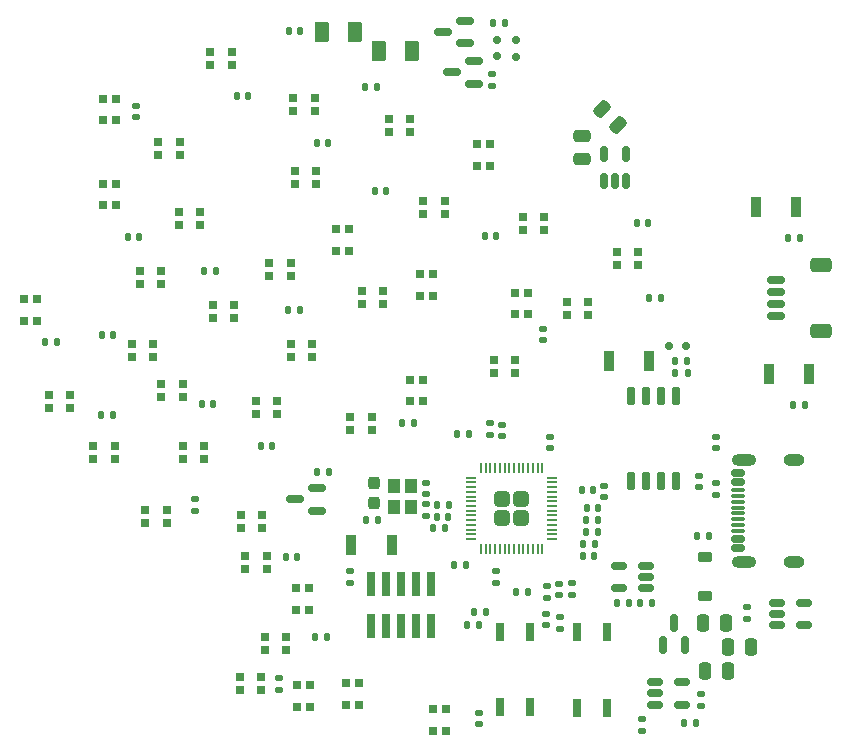
<source format=gbr>
%TF.GenerationSoftware,KiCad,Pcbnew,8.0.0*%
%TF.CreationDate,2024-03-10T20:39:49-05:00*%
%TF.ProjectId,B-Sides 2024,422d5369-6465-4732-9032-3032342e6b69,rev?*%
%TF.SameCoordinates,Original*%
%TF.FileFunction,Paste,Top*%
%TF.FilePolarity,Positive*%
%FSLAX46Y46*%
G04 Gerber Fmt 4.6, Leading zero omitted, Abs format (unit mm)*
G04 Created by KiCad (PCBNEW 8.0.0) date 2024-03-10 20:39:49*
%MOMM*%
%LPD*%
G01*
G04 APERTURE LIST*
G04 Aperture macros list*
%AMRoundRect*
0 Rectangle with rounded corners*
0 $1 Rounding radius*
0 $2 $3 $4 $5 $6 $7 $8 $9 X,Y pos of 4 corners*
0 Add a 4 corners polygon primitive as box body*
4,1,4,$2,$3,$4,$5,$6,$7,$8,$9,$2,$3,0*
0 Add four circle primitives for the rounded corners*
1,1,$1+$1,$2,$3*
1,1,$1+$1,$4,$5*
1,1,$1+$1,$6,$7*
1,1,$1+$1,$8,$9*
0 Add four rect primitives between the rounded corners*
20,1,$1+$1,$2,$3,$4,$5,0*
20,1,$1+$1,$4,$5,$6,$7,0*
20,1,$1+$1,$6,$7,$8,$9,0*
20,1,$1+$1,$8,$9,$2,$3,0*%
G04 Aperture macros list end*
%ADD10R,0.700000X0.700000*%
%ADD11RoundRect,0.135000X0.135000X0.185000X-0.135000X0.185000X-0.135000X-0.185000X0.135000X-0.185000X0*%
%ADD12RoundRect,0.135000X-0.135000X-0.185000X0.135000X-0.185000X0.135000X0.185000X-0.135000X0.185000X0*%
%ADD13RoundRect,0.150000X0.625000X-0.150000X0.625000X0.150000X-0.625000X0.150000X-0.625000X-0.150000X0*%
%ADD14RoundRect,0.250000X0.650000X-0.350000X0.650000X0.350000X-0.650000X0.350000X-0.650000X-0.350000X0*%
%ADD15RoundRect,0.150000X0.150000X0.200000X-0.150000X0.200000X-0.150000X-0.200000X0.150000X-0.200000X0*%
%ADD16RoundRect,0.250000X0.475000X-0.250000X0.475000X0.250000X-0.475000X0.250000X-0.475000X-0.250000X0*%
%ADD17R,0.800000X1.500000*%
%ADD18RoundRect,0.250000X0.375000X0.625000X-0.375000X0.625000X-0.375000X-0.625000X0.375000X-0.625000X0*%
%ADD19RoundRect,0.140000X0.140000X0.170000X-0.140000X0.170000X-0.140000X-0.170000X0.140000X-0.170000X0*%
%ADD20RoundRect,0.140000X0.170000X-0.140000X0.170000X0.140000X-0.170000X0.140000X-0.170000X-0.140000X0*%
%ADD21R,1.000000X1.150000*%
%ADD22RoundRect,0.140000X-0.170000X0.140000X-0.170000X-0.140000X0.170000X-0.140000X0.170000X0.140000X0*%
%ADD23R,0.900000X1.700000*%
%ADD24RoundRect,0.140000X-0.140000X-0.170000X0.140000X-0.170000X0.140000X0.170000X-0.140000X0.170000X0*%
%ADD25RoundRect,0.150000X0.200000X-0.150000X0.200000X0.150000X-0.200000X0.150000X-0.200000X-0.150000X0*%
%ADD26RoundRect,0.150000X0.587500X0.150000X-0.587500X0.150000X-0.587500X-0.150000X0.587500X-0.150000X0*%
%ADD27RoundRect,0.135000X0.185000X-0.135000X0.185000X0.135000X-0.185000X0.135000X-0.185000X-0.135000X0*%
%ADD28RoundRect,0.150000X0.150000X-0.512500X0.150000X0.512500X-0.150000X0.512500X-0.150000X-0.512500X0*%
%ADD29RoundRect,0.150000X0.150000X-0.587500X0.150000X0.587500X-0.150000X0.587500X-0.150000X-0.587500X0*%
%ADD30RoundRect,0.135000X-0.185000X0.135000X-0.185000X-0.135000X0.185000X-0.135000X0.185000X0.135000X0*%
%ADD31RoundRect,0.250000X-0.512652X-0.159099X-0.159099X-0.512652X0.512652X0.159099X0.159099X0.512652X0*%
%ADD32RoundRect,0.237500X0.237500X-0.287500X0.237500X0.287500X-0.237500X0.287500X-0.237500X-0.287500X0*%
%ADD33R,0.750000X2.100000*%
%ADD34RoundRect,0.150000X-0.512500X-0.150000X0.512500X-0.150000X0.512500X0.150000X-0.512500X0.150000X0*%
%ADD35RoundRect,0.249999X-0.395001X0.395001X-0.395001X-0.395001X0.395001X-0.395001X0.395001X0.395001X0*%
%ADD36RoundRect,0.050000X-0.050000X0.387500X-0.050000X-0.387500X0.050000X-0.387500X0.050000X0.387500X0*%
%ADD37RoundRect,0.050000X-0.387500X0.050000X-0.387500X-0.050000X0.387500X-0.050000X0.387500X0.050000X0*%
%ADD38RoundRect,0.250000X-0.250000X-0.475000X0.250000X-0.475000X0.250000X0.475000X-0.250000X0.475000X0*%
%ADD39RoundRect,0.250000X0.250000X0.475000X-0.250000X0.475000X-0.250000X-0.475000X0.250000X-0.475000X0*%
%ADD40RoundRect,0.225000X0.375000X-0.225000X0.375000X0.225000X-0.375000X0.225000X-0.375000X-0.225000X0*%
%ADD41RoundRect,0.150000X-0.150000X0.650000X-0.150000X-0.650000X0.150000X-0.650000X0.150000X0.650000X0*%
%ADD42RoundRect,0.150000X0.512500X0.150000X-0.512500X0.150000X-0.512500X-0.150000X0.512500X-0.150000X0*%
%ADD43RoundRect,0.150000X0.425000X-0.150000X0.425000X0.150000X-0.425000X0.150000X-0.425000X-0.150000X0*%
%ADD44RoundRect,0.075000X0.500000X-0.075000X0.500000X0.075000X-0.500000X0.075000X-0.500000X-0.075000X0*%
%ADD45O,2.100000X1.000000*%
%ADD46O,1.800000X1.000000*%
%ADD47RoundRect,0.150000X-0.200000X0.150000X-0.200000X-0.150000X0.200000X-0.150000X0.200000X0.150000X0*%
G04 APERTURE END LIST*
D10*
%TO.C,D39*%
X96555000Y-45420000D03*
X96555000Y-44320000D03*
X94725000Y-44320000D03*
X94725000Y-45420000D03*
%TD*%
%TO.C,D44*%
X123015000Y-59340000D03*
X123015000Y-58240000D03*
X121185000Y-58240000D03*
X121185000Y-59340000D03*
%TD*%
D11*
%TO.C,R38*%
X104780000Y-79820000D03*
X103760000Y-79820000D03*
%TD*%
D10*
%TO.C,D14*%
X108400000Y-76290000D03*
X108400000Y-75190000D03*
X106570000Y-75190000D03*
X106570000Y-76290000D03*
%TD*%
D12*
%TO.C,R30*%
X115590000Y-76650000D03*
X116610000Y-76650000D03*
%TD*%
D13*
%TO.C,J1*%
X142590000Y-66630000D03*
X142590000Y-65630000D03*
X142590000Y-64630000D03*
X142590000Y-63630000D03*
D14*
X146465000Y-67930000D03*
X146465000Y-62330000D03*
%TD*%
D10*
%TO.C,D5*%
X109360000Y-65660000D03*
X109360000Y-64560000D03*
X107530000Y-64560000D03*
X107530000Y-65660000D03*
%TD*%
D12*
%TO.C,R14*%
X143615000Y-60000000D03*
X144635000Y-60000000D03*
%TD*%
D10*
%TO.C,D35*%
X103120000Y-89665000D03*
X102020000Y-89665000D03*
X102020000Y-91495000D03*
X103120000Y-91495000D03*
%TD*%
D15*
%TO.C,D1*%
X133590000Y-69210000D03*
X134990000Y-69210000D03*
%TD*%
D16*
%TO.C,C7*%
X126200000Y-53310000D03*
X126200000Y-51410000D03*
%TD*%
D17*
%TO.C,U9*%
X125760000Y-99830000D03*
X128300000Y-99830000D03*
X128300000Y-93430000D03*
X125760000Y-93430000D03*
%TD*%
D18*
%TO.C,LD2*%
X106960000Y-42560000D03*
X104160000Y-42560000D03*
%TD*%
D19*
%TO.C,C13*%
X86490000Y-68270000D03*
X85530000Y-68270000D03*
%TD*%
D10*
%TO.C,D32*%
X102080000Y-99735000D03*
X103180000Y-99735000D03*
X103180000Y-97905000D03*
X102080000Y-97905000D03*
%TD*%
%TO.C,D26*%
X80090000Y-65225000D03*
X78990000Y-65225000D03*
X78990000Y-67055000D03*
X80090000Y-67055000D03*
%TD*%
D20*
%TO.C,C2*%
X123120000Y-92810000D03*
X123120000Y-91850000D03*
%TD*%
D11*
%TO.C,R39*%
X132100000Y-90920000D03*
X131080000Y-90920000D03*
%TD*%
D21*
%TO.C,Y1*%
X110280000Y-81065000D03*
X110280000Y-82815000D03*
X111680000Y-82815000D03*
X111680000Y-81065000D03*
%TD*%
D18*
%TO.C,LD1*%
X111830000Y-44180000D03*
X109030000Y-44180000D03*
%TD*%
D22*
%TO.C,C47*%
X125340000Y-89270000D03*
X125340000Y-90230000D03*
%TD*%
D10*
%TO.C,D16*%
X101545000Y-68970000D03*
X101545000Y-70070000D03*
X103375000Y-70070000D03*
X103375000Y-68970000D03*
%TD*%
%TO.C,D28*%
X92375000Y-73460000D03*
X92375000Y-72360000D03*
X90545000Y-72360000D03*
X90545000Y-73460000D03*
%TD*%
%TO.C,D15*%
X112715000Y-72035000D03*
X111615000Y-72035000D03*
X111615000Y-73865000D03*
X112715000Y-73865000D03*
%TD*%
D23*
%TO.C,SW1*%
X128490000Y-70450000D03*
X131890000Y-70450000D03*
%TD*%
D19*
%TO.C,C30*%
X97910000Y-48000000D03*
X96950000Y-48000000D03*
%TD*%
D24*
%TO.C,C15*%
X101100000Y-87020000D03*
X102060000Y-87020000D03*
%TD*%
D10*
%TO.C,D23*%
X92385000Y-77650000D03*
X92385000Y-78750000D03*
X94215000Y-78750000D03*
X94215000Y-77650000D03*
%TD*%
%TO.C,D46*%
X129120000Y-61260000D03*
X129120000Y-62360000D03*
X130950000Y-62360000D03*
X130950000Y-61260000D03*
%TD*%
%TO.C,D19*%
X86750000Y-55425000D03*
X85650000Y-55425000D03*
X85650000Y-57255000D03*
X86750000Y-57255000D03*
%TD*%
D25*
%TO.C,D3*%
X119010000Y-43250000D03*
X119010000Y-44650000D03*
%TD*%
D24*
%TO.C,C44*%
X126260000Y-86970000D03*
X127220000Y-86970000D03*
%TD*%
D10*
%TO.C,D13*%
X86710000Y-48255000D03*
X85610000Y-48255000D03*
X85610000Y-50085000D03*
X86710000Y-50085000D03*
%TD*%
%TO.C,D27*%
X89895000Y-70080000D03*
X89895000Y-68980000D03*
X88065000Y-68980000D03*
X88065000Y-70080000D03*
%TD*%
D19*
%TO.C,C40*%
X114560000Y-84570000D03*
X113600000Y-84570000D03*
%TD*%
D26*
%TO.C,Q3*%
X116327500Y-43560000D03*
X116327500Y-41660000D03*
X114452500Y-42610000D03*
%TD*%
D27*
%TO.C,R8*%
X131310000Y-101800000D03*
X131310000Y-100780000D03*
%TD*%
D28*
%TO.C,U2*%
X128020000Y-55187500D03*
X128970000Y-55187500D03*
X129920000Y-55187500D03*
X129920000Y-52912500D03*
X128020000Y-52912500D03*
%TD*%
D29*
%TO.C,Q4*%
X133050000Y-94507500D03*
X134950000Y-94507500D03*
X134000000Y-92632500D03*
%TD*%
D19*
%TO.C,C21*%
X131790000Y-58740000D03*
X130830000Y-58740000D03*
%TD*%
D10*
%TO.C,D40*%
X103555000Y-49290000D03*
X103555000Y-48190000D03*
X101725000Y-48190000D03*
X101725000Y-49290000D03*
%TD*%
%TO.C,D22*%
X89240000Y-83090000D03*
X89240000Y-84190000D03*
X91070000Y-84190000D03*
X91070000Y-83090000D03*
%TD*%
D17*
%TO.C,U1*%
X119280000Y-99780000D03*
X121820000Y-99780000D03*
X121820000Y-93380000D03*
X119280000Y-93380000D03*
%TD*%
D10*
%TO.C,D45*%
X126735000Y-66560000D03*
X126735000Y-65460000D03*
X124905000Y-65460000D03*
X124905000Y-66560000D03*
%TD*%
D11*
%TO.C,R36*%
X114900000Y-82670000D03*
X113880000Y-82670000D03*
%TD*%
D10*
%TO.C,D11*%
X101875000Y-54350000D03*
X101875000Y-55450000D03*
X103705000Y-55450000D03*
X103705000Y-54350000D03*
%TD*%
D30*
%TO.C,R29*%
X118380000Y-75660000D03*
X118380000Y-76680000D03*
%TD*%
D31*
%TO.C,C8*%
X127928249Y-49128249D03*
X129271751Y-50471751D03*
%TD*%
D12*
%TO.C,R1*%
X107940000Y-83880000D03*
X108960000Y-83880000D03*
%TD*%
D10*
%TO.C,D24*%
X84807500Y-77670000D03*
X84807500Y-78770000D03*
X86637500Y-78770000D03*
X86637500Y-77670000D03*
%TD*%
D32*
%TO.C,D2*%
X108550000Y-82492500D03*
X108550000Y-80742500D03*
%TD*%
D19*
%TO.C,C46*%
X114890000Y-83630000D03*
X113930000Y-83630000D03*
%TD*%
D33*
%TO.C,J13*%
X113380000Y-92910000D03*
X113380000Y-89310000D03*
X112110000Y-92910000D03*
X112110000Y-89310000D03*
X110840000Y-92910000D03*
X110840000Y-89310000D03*
X109570000Y-92910000D03*
X109570000Y-89310000D03*
X108300000Y-92910000D03*
X108300000Y-89310000D03*
%TD*%
D11*
%TO.C,R37*%
X104640000Y-93810000D03*
X103620000Y-93810000D03*
%TD*%
D10*
%TO.C,D12*%
X90310000Y-51920000D03*
X90310000Y-53020000D03*
X92140000Y-53020000D03*
X92140000Y-51920000D03*
%TD*%
D34*
%TO.C,U10*%
X132412500Y-97640000D03*
X132412500Y-98590000D03*
X132412500Y-99540000D03*
X134687500Y-99540000D03*
X134687500Y-97640000D03*
%TD*%
D10*
%TO.C,D6*%
X120555000Y-71500000D03*
X120555000Y-70400000D03*
X118725000Y-70400000D03*
X118725000Y-71500000D03*
%TD*%
D24*
%TO.C,C29*%
X87740000Y-59970000D03*
X88700000Y-59970000D03*
%TD*%
D10*
%TO.C,D21*%
X101565000Y-63280000D03*
X101565000Y-62180000D03*
X99735000Y-62180000D03*
X99735000Y-63280000D03*
%TD*%
D24*
%TO.C,C45*%
X126580000Y-82900000D03*
X127540000Y-82900000D03*
%TD*%
%TO.C,C6*%
X107860000Y-47220000D03*
X108820000Y-47220000D03*
%TD*%
D35*
%TO.C,U3*%
X121042500Y-82130000D03*
X119442500Y-82130000D03*
X121042500Y-83730000D03*
X119442500Y-83730000D03*
D36*
X122842500Y-79492500D03*
X122442500Y-79492500D03*
X122042500Y-79492500D03*
X121642500Y-79492500D03*
X121242500Y-79492500D03*
X120842500Y-79492500D03*
X120442500Y-79492500D03*
X120042500Y-79492500D03*
X119642500Y-79492500D03*
X119242500Y-79492500D03*
X118842500Y-79492500D03*
X118442500Y-79492500D03*
X118042500Y-79492500D03*
X117642500Y-79492500D03*
D37*
X116805000Y-80330000D03*
X116805000Y-80730000D03*
X116805000Y-81130000D03*
X116805000Y-81530000D03*
X116805000Y-81930000D03*
X116805000Y-82330000D03*
X116805000Y-82730000D03*
X116805000Y-83130000D03*
X116805000Y-83530000D03*
X116805000Y-83930000D03*
X116805000Y-84330000D03*
X116805000Y-84730000D03*
X116805000Y-85130000D03*
X116805000Y-85530000D03*
D36*
X117642500Y-86367500D03*
X118042500Y-86367500D03*
X118442500Y-86367500D03*
X118842500Y-86367500D03*
X119242500Y-86367500D03*
X119642500Y-86367500D03*
X120042500Y-86367500D03*
X120442500Y-86367500D03*
X120842500Y-86367500D03*
X121242500Y-86367500D03*
X121642500Y-86367500D03*
X122042500Y-86367500D03*
X122442500Y-86367500D03*
X122842500Y-86367500D03*
D37*
X123680000Y-85530000D03*
X123680000Y-85130000D03*
X123680000Y-84730000D03*
X123680000Y-84330000D03*
X123680000Y-83930000D03*
X123680000Y-83530000D03*
X123680000Y-83130000D03*
X123680000Y-82730000D03*
X123680000Y-82330000D03*
X123680000Y-81930000D03*
X123680000Y-81530000D03*
X123680000Y-81130000D03*
X123680000Y-80730000D03*
X123680000Y-80330000D03*
%TD*%
D24*
%TO.C,C22*%
X85490000Y-75030000D03*
X86450000Y-75030000D03*
%TD*%
D23*
%TO.C,SW3*%
X140925000Y-57375000D03*
X144325000Y-57375000D03*
%TD*%
D38*
%TO.C,C16*%
X136640000Y-96700000D03*
X138540000Y-96700000D03*
%TD*%
D39*
%TO.C,C5*%
X140500000Y-94670000D03*
X138600000Y-94670000D03*
%TD*%
D12*
%TO.C,R10*%
X118680000Y-41800000D03*
X119700000Y-41800000D03*
%TD*%
D19*
%TO.C,C3*%
X102360000Y-42540000D03*
X101400000Y-42540000D03*
%TD*%
D30*
%TO.C,R5*%
X140192500Y-91260000D03*
X140192500Y-92280000D03*
%TD*%
D10*
%TO.C,D42*%
X114580000Y-58020000D03*
X114580000Y-56920000D03*
X112750000Y-56920000D03*
X112750000Y-58020000D03*
%TD*%
D11*
%TO.C,R25*%
X127570000Y-84900000D03*
X126550000Y-84900000D03*
%TD*%
D20*
%TO.C,C53*%
X119410000Y-76820000D03*
X119410000Y-75860000D03*
%TD*%
D11*
%TO.C,R26*%
X130190000Y-90920000D03*
X129170000Y-90920000D03*
%TD*%
D22*
%TO.C,C50*%
X123260000Y-89540000D03*
X123260000Y-90500000D03*
%TD*%
D20*
%TO.C,C51*%
X123475000Y-77855000D03*
X123475000Y-76895000D03*
%TD*%
D26*
%TO.C,Q2*%
X103767500Y-83110000D03*
X103767500Y-81210000D03*
X101892500Y-82160000D03*
%TD*%
D19*
%TO.C,C27*%
X99940000Y-77660000D03*
X98980000Y-77660000D03*
%TD*%
D30*
%TO.C,R6*%
X106580000Y-88220000D03*
X106580000Y-89240000D03*
%TD*%
D12*
%TO.C,R12*%
X116480000Y-92800000D03*
X117500000Y-92800000D03*
%TD*%
D24*
%TO.C,C18*%
X94020000Y-74130000D03*
X94980000Y-74130000D03*
%TD*%
D11*
%TO.C,R28*%
X135130000Y-71470000D03*
X134110000Y-71470000D03*
%TD*%
D10*
%TO.C,D31*%
X107300000Y-97735000D03*
X106200000Y-97735000D03*
X106200000Y-99565000D03*
X107300000Y-99565000D03*
%TD*%
D24*
%TO.C,C41*%
X126190000Y-81340000D03*
X127150000Y-81340000D03*
%TD*%
%TO.C,C19*%
X101340000Y-66150000D03*
X102300000Y-66150000D03*
%TD*%
D22*
%TO.C,C52*%
X124240000Y-89300000D03*
X124240000Y-90260000D03*
%TD*%
D10*
%TO.C,D37*%
X97285000Y-83450000D03*
X97285000Y-84550000D03*
X99115000Y-84550000D03*
X99115000Y-83450000D03*
%TD*%
%TO.C,D43*%
X118390000Y-52085000D03*
X117290000Y-52085000D03*
X117290000Y-53915000D03*
X118390000Y-53915000D03*
%TD*%
D24*
%TO.C,C25*%
X103730000Y-51980000D03*
X104690000Y-51980000D03*
%TD*%
D10*
%TO.C,D30*%
X114720000Y-99940000D03*
X113620000Y-99940000D03*
X113620000Y-101770000D03*
X114720000Y-101770000D03*
%TD*%
D22*
%TO.C,C10*%
X136080000Y-80150000D03*
X136080000Y-81110000D03*
%TD*%
D10*
%TO.C,D36*%
X97690000Y-87000000D03*
X97690000Y-88100000D03*
X99520000Y-88100000D03*
X99520000Y-87000000D03*
%TD*%
%TO.C,D10*%
X105375000Y-61105000D03*
X106475000Y-61105000D03*
X106475000Y-59275000D03*
X105375000Y-59275000D03*
%TD*%
D22*
%TO.C,C48*%
X118920000Y-88250000D03*
X118920000Y-89210000D03*
%TD*%
D20*
%TO.C,C49*%
X128090000Y-82000000D03*
X128090000Y-81040000D03*
%TD*%
D10*
%TO.C,D41*%
X111655000Y-51100000D03*
X111655000Y-50000000D03*
X109825000Y-50000000D03*
X109825000Y-51100000D03*
%TD*%
%TO.C,D20*%
X93865000Y-58930000D03*
X93865000Y-57830000D03*
X92035000Y-57830000D03*
X92035000Y-58930000D03*
%TD*%
D20*
%TO.C,C43*%
X112970000Y-81700000D03*
X112970000Y-80740000D03*
%TD*%
D24*
%TO.C,C12*%
X110990000Y-75740000D03*
X111950000Y-75740000D03*
%TD*%
D10*
%TO.C,D9*%
X112460000Y-64915000D03*
X113560000Y-64915000D03*
X113560000Y-63085000D03*
X112460000Y-63085000D03*
%TD*%
D40*
%TO.C,D48*%
X136570000Y-90370000D03*
X136570000Y-87070000D03*
%TD*%
D10*
%TO.C,D7*%
X121620000Y-64675000D03*
X120520000Y-64675000D03*
X120520000Y-66505000D03*
X121620000Y-66505000D03*
%TD*%
D11*
%TO.C,R4*%
X135830000Y-101110000D03*
X134810000Y-101110000D03*
%TD*%
D10*
%TO.C,D34*%
X101150000Y-94950000D03*
X101150000Y-93850000D03*
X99320000Y-93850000D03*
X99320000Y-94950000D03*
%TD*%
D20*
%TO.C,C33*%
X93470000Y-83130000D03*
X93470000Y-82170000D03*
%TD*%
D10*
%TO.C,D25*%
X81040000Y-73300000D03*
X81040000Y-74400000D03*
X82870000Y-74400000D03*
X82870000Y-73300000D03*
%TD*%
D22*
%TO.C,C17*%
X137530000Y-76870000D03*
X137530000Y-77830000D03*
%TD*%
D27*
%TO.C,R18*%
X137580000Y-81760000D03*
X137580000Y-80740000D03*
%TD*%
D23*
%TO.C,SW2*%
X106670000Y-86050000D03*
X110070000Y-86050000D03*
%TD*%
D24*
%TO.C,C28*%
X80770000Y-68820000D03*
X81730000Y-68820000D03*
%TD*%
D41*
%TO.C,U8*%
X134195000Y-73380000D03*
X132925000Y-73380000D03*
X131655000Y-73380000D03*
X130385000Y-73380000D03*
X130385000Y-80580000D03*
X131655000Y-80580000D03*
X132925000Y-80580000D03*
X134195000Y-80580000D03*
%TD*%
D24*
%TO.C,C1*%
X117070000Y-91690000D03*
X118030000Y-91690000D03*
%TD*%
D30*
%TO.C,R11*%
X118560000Y-46180000D03*
X118560000Y-47200000D03*
%TD*%
D12*
%TO.C,R16*%
X144065000Y-74200000D03*
X145085000Y-74200000D03*
%TD*%
D42*
%TO.C,U7*%
X131617500Y-89670000D03*
X131617500Y-88720000D03*
X131617500Y-87770000D03*
X129342500Y-87770000D03*
X129342500Y-89670000D03*
%TD*%
D24*
%TO.C,C26*%
X108660000Y-56060000D03*
X109620000Y-56060000D03*
%TD*%
D34*
%TO.C,U4*%
X142725000Y-90900000D03*
X142725000Y-91850000D03*
X142725000Y-92800000D03*
X145000000Y-92800000D03*
X145000000Y-90900000D03*
%TD*%
D30*
%TO.C,R9*%
X124350000Y-92160000D03*
X124350000Y-93180000D03*
%TD*%
D20*
%TO.C,C42*%
X112950000Y-83550000D03*
X112950000Y-82590000D03*
%TD*%
D23*
%TO.C,SW4*%
X142000000Y-71525000D03*
X145400000Y-71525000D03*
%TD*%
D24*
%TO.C,C24*%
X94210000Y-62850000D03*
X95170000Y-62850000D03*
%TD*%
D12*
%TO.C,R15*%
X115320000Y-87730000D03*
X116340000Y-87730000D03*
%TD*%
D10*
%TO.C,D33*%
X97225000Y-97200000D03*
X97225000Y-98300000D03*
X99055000Y-98300000D03*
X99055000Y-97200000D03*
%TD*%
D22*
%TO.C,C31*%
X100580000Y-97330000D03*
X100580000Y-98290000D03*
%TD*%
D11*
%TO.C,R2*%
X121660000Y-90050000D03*
X120640000Y-90050000D03*
%TD*%
%TO.C,R19*%
X136950000Y-85300000D03*
X135930000Y-85300000D03*
%TD*%
D26*
%TO.C,Q1*%
X117037500Y-46960000D03*
X117037500Y-45060000D03*
X115162500Y-46010000D03*
%TD*%
D12*
%TO.C,R7*%
X134070000Y-70450000D03*
X135090000Y-70450000D03*
%TD*%
D20*
%TO.C,C23*%
X122920000Y-68710000D03*
X122920000Y-67750000D03*
%TD*%
%TO.C,C14*%
X88420000Y-49790000D03*
X88420000Y-48830000D03*
%TD*%
%TO.C,C32*%
X117490000Y-101210000D03*
X117490000Y-100250000D03*
%TD*%
D24*
%TO.C,C11*%
X126320000Y-85980000D03*
X127280000Y-85980000D03*
%TD*%
D11*
%TO.C,R13*%
X132885000Y-65100000D03*
X131865000Y-65100000D03*
%TD*%
D10*
%TO.C,D17*%
X94945000Y-65740000D03*
X94945000Y-66840000D03*
X96775000Y-66840000D03*
X96775000Y-65740000D03*
%TD*%
D38*
%TO.C,C4*%
X136470000Y-92630000D03*
X138370000Y-92630000D03*
%TD*%
D10*
%TO.C,D29*%
X100390000Y-74940000D03*
X100390000Y-73840000D03*
X98560000Y-73840000D03*
X98560000Y-74940000D03*
%TD*%
D43*
%TO.C,J9*%
X139380000Y-86310000D03*
X139380000Y-85510000D03*
D44*
X139380000Y-84360000D03*
X139380000Y-83360000D03*
X139380000Y-82860000D03*
X139380000Y-81860000D03*
D43*
X139380000Y-80710000D03*
X139380000Y-79910000D03*
X139380000Y-79910000D03*
X139380000Y-80710000D03*
D44*
X139380000Y-81360000D03*
X139380000Y-82360000D03*
X139380000Y-83860000D03*
X139380000Y-84860000D03*
D43*
X139380000Y-85510000D03*
X139380000Y-86310000D03*
D45*
X139955000Y-87430000D03*
D46*
X144135000Y-87430000D03*
D45*
X139955000Y-78790000D03*
D46*
X144135000Y-78790000D03*
%TD*%
D47*
%TO.C,D4*%
X120590000Y-44670000D03*
X120590000Y-43270000D03*
%TD*%
D11*
%TO.C,R24*%
X127560000Y-83880000D03*
X126540000Y-83880000D03*
%TD*%
D27*
%TO.C,R3*%
X136290000Y-99680000D03*
X136290000Y-98660000D03*
%TD*%
D10*
%TO.C,D18*%
X88745000Y-62830000D03*
X88745000Y-63930000D03*
X90575000Y-63930000D03*
X90575000Y-62830000D03*
%TD*%
D24*
%TO.C,C20*%
X117950000Y-59840000D03*
X118910000Y-59840000D03*
%TD*%
M02*

</source>
